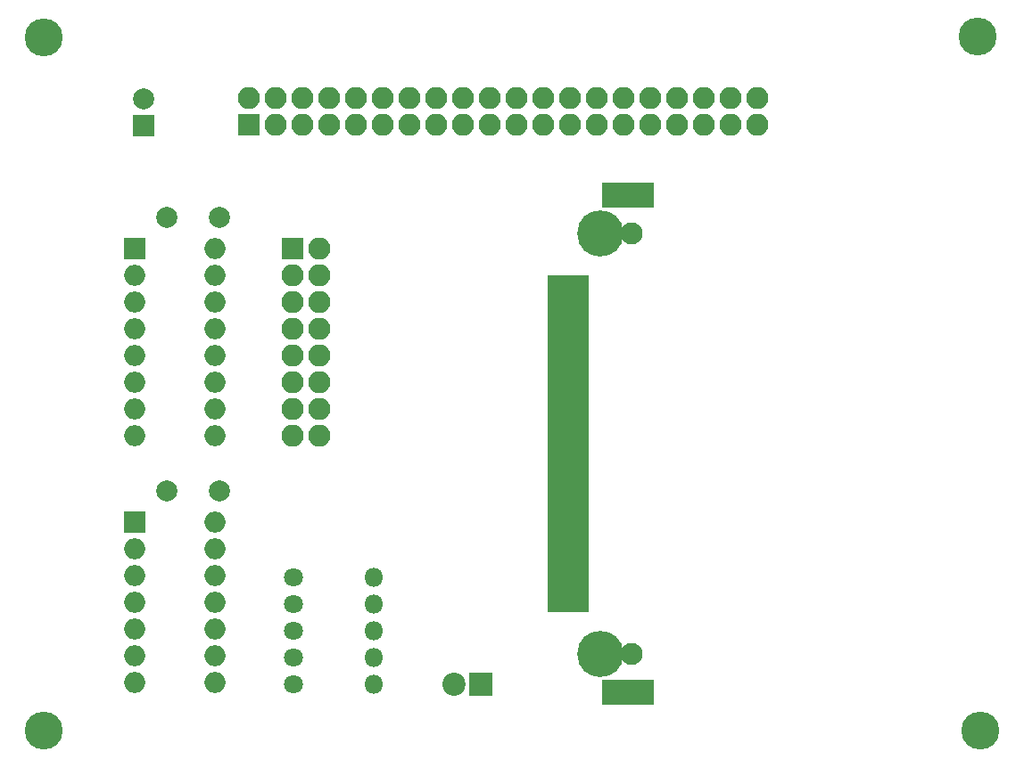
<source format=gts>
G04 #@! TF.GenerationSoftware,KiCad,Pcbnew,(5.0.0-3-g5ebb6b6)*
G04 #@! TF.CreationDate,2018-12-13T20:58:23+09:00*
G04 #@! TF.ProjectId,SBC80-CF,53424338302D43462E6B696361645F70,rev?*
G04 #@! TF.SameCoordinates,Original*
G04 #@! TF.FileFunction,Soldermask,Top*
G04 #@! TF.FilePolarity,Negative*
%FSLAX46Y46*%
G04 Gerber Fmt 4.6, Leading zero omitted, Abs format (unit mm)*
G04 Created by KiCad (PCBNEW (5.0.0-3-g5ebb6b6)) date *
%MOMM*%
%LPD*%
G01*
G04 APERTURE LIST*
%ADD10R,3.910000X0.810000*%
%ADD11C,4.390000*%
%ADD12C,2.100000*%
%ADD13R,4.970000X2.400000*%
%ADD14R,2.100000X2.100000*%
%ADD15O,2.100000X2.100000*%
%ADD16R,2.200000X2.200000*%
%ADD17C,2.200000*%
%ADD18C,3.600000*%
%ADD19C,2.000000*%
%ADD20R,2.000000X2.000000*%
%ADD21C,1.800000*%
%ADD22O,1.800000X1.800000*%
%ADD23O,2.000000X2.000000*%
G04 APERTURE END LIST*
D10*
G04 #@! TO.C,J3*
X154320000Y-71690000D03*
X154320000Y-72330000D03*
X154320000Y-72960000D03*
X154320000Y-73600000D03*
X154320000Y-74230000D03*
X154320000Y-74870000D03*
X154320000Y-75500000D03*
X154320000Y-76140000D03*
X154320000Y-76770000D03*
X154320000Y-77410000D03*
X154320000Y-78040000D03*
X154320000Y-78680000D03*
X154320000Y-79310000D03*
X154320000Y-79950000D03*
X154320000Y-80580000D03*
X154320000Y-81220000D03*
X154320000Y-81850000D03*
X154320000Y-82490000D03*
X154320000Y-83120000D03*
X154320000Y-83760000D03*
X154320000Y-84390000D03*
X154320000Y-85030000D03*
X154320000Y-85660000D03*
X154320000Y-86300000D03*
X154320000Y-86930000D03*
X154320000Y-87570000D03*
X154320000Y-88200000D03*
X154320000Y-88840000D03*
X154320000Y-89470000D03*
X154320000Y-90110000D03*
X154320000Y-90740000D03*
X154320000Y-91380000D03*
X154320000Y-92010000D03*
X154320000Y-92650000D03*
X154320000Y-93280000D03*
X154320000Y-93920000D03*
X154320000Y-94550000D03*
X154320000Y-95190000D03*
X154320000Y-95820000D03*
X154320000Y-96460000D03*
X154320000Y-97090000D03*
X154320000Y-97730000D03*
X154320000Y-98360000D03*
X154320000Y-99000000D03*
X154320000Y-99630000D03*
X154320000Y-100270000D03*
X154320000Y-100900000D03*
X154320000Y-101540000D03*
X154320000Y-102170000D03*
X154320000Y-102810000D03*
D11*
X157330000Y-107260000D03*
X157340000Y-67260000D03*
D12*
X160320000Y-107260000D03*
X160330000Y-67260000D03*
D13*
X159990000Y-63610000D03*
X159980000Y-110890000D03*
G04 #@! TD*
D14*
G04 #@! TO.C,J2*
X128190000Y-68730000D03*
D15*
X130730000Y-68730000D03*
X128190000Y-71270000D03*
X130730000Y-71270000D03*
X128190000Y-73810000D03*
X130730000Y-73810000D03*
X128190000Y-76350000D03*
X130730000Y-76350000D03*
X128190000Y-78890000D03*
X130730000Y-78890000D03*
X128190000Y-81430000D03*
X130730000Y-81430000D03*
X128190000Y-83970000D03*
X130730000Y-83970000D03*
X128190000Y-86510000D03*
X130730000Y-86510000D03*
G04 #@! TD*
D16*
G04 #@! TO.C,D1*
X145990000Y-110110000D03*
D17*
X143450000Y-110110000D03*
G04 #@! TD*
D18*
G04 #@! TO.C,MH4*
X193460000Y-114520000D03*
G04 #@! TD*
G04 #@! TO.C,MH3*
X104500000Y-114520000D03*
G04 #@! TD*
G04 #@! TO.C,MH2*
X193190000Y-48580000D03*
G04 #@! TD*
G04 #@! TO.C,MH1*
X104510000Y-48610000D03*
G04 #@! TD*
D19*
G04 #@! TO.C,C1*
X121190000Y-65730000D03*
X116190000Y-65730000D03*
G04 #@! TD*
G04 #@! TO.C,C2*
X116190000Y-91730000D03*
X121190000Y-91730000D03*
G04 #@! TD*
D20*
G04 #@! TO.C,C3*
X114000000Y-57000000D03*
D19*
X114000000Y-54500000D03*
G04 #@! TD*
D21*
G04 #@! TO.C,R1*
X128210000Y-99950000D03*
D22*
X135830000Y-99950000D03*
G04 #@! TD*
G04 #@! TO.C,R2*
X135830000Y-102490000D03*
D21*
X128210000Y-102490000D03*
G04 #@! TD*
G04 #@! TO.C,R3*
X128210000Y-105030000D03*
D22*
X135830000Y-105030000D03*
G04 #@! TD*
G04 #@! TO.C,R4*
X135830000Y-107570000D03*
D21*
X128210000Y-107570000D03*
G04 #@! TD*
G04 #@! TO.C,R5*
X128210000Y-110110000D03*
D22*
X135830000Y-110110000D03*
G04 #@! TD*
D20*
G04 #@! TO.C,U1*
X113190000Y-68730000D03*
D23*
X120810000Y-86510000D03*
X113190000Y-71270000D03*
X120810000Y-83970000D03*
X113190000Y-73810000D03*
X120810000Y-81430000D03*
X113190000Y-76350000D03*
X120810000Y-78890000D03*
X113190000Y-78890000D03*
X120810000Y-76350000D03*
X113190000Y-81430000D03*
X120810000Y-73810000D03*
X113190000Y-83970000D03*
X120810000Y-71270000D03*
X113190000Y-86510000D03*
X120810000Y-68730000D03*
G04 #@! TD*
D20*
G04 #@! TO.C,U2*
X113190000Y-94730000D03*
D23*
X120810000Y-109970000D03*
X113190000Y-97270000D03*
X120810000Y-107430000D03*
X113190000Y-99810000D03*
X120810000Y-104890000D03*
X113190000Y-102350000D03*
X120810000Y-102350000D03*
X113190000Y-104890000D03*
X120810000Y-99810000D03*
X113190000Y-107430000D03*
X120810000Y-97270000D03*
X113190000Y-109970000D03*
X120810000Y-94730000D03*
G04 #@! TD*
D14*
G04 #@! TO.C,J1*
X124019000Y-56897000D03*
D15*
X124019000Y-54357000D03*
X126559000Y-56897000D03*
X126559000Y-54357000D03*
X129099000Y-56897000D03*
X129099000Y-54357000D03*
X131639000Y-56897000D03*
X131639000Y-54357000D03*
X134179000Y-56897000D03*
X134179000Y-54357000D03*
X136719000Y-56897000D03*
X136719000Y-54357000D03*
X139259000Y-56897000D03*
X139259000Y-54357000D03*
X141799000Y-56897000D03*
X141799000Y-54357000D03*
X144339000Y-56897000D03*
X144339000Y-54357000D03*
X146879000Y-56897000D03*
X146879000Y-54357000D03*
X149419000Y-56897000D03*
X149419000Y-54357000D03*
X151959000Y-56897000D03*
X151959000Y-54357000D03*
X154499000Y-56897000D03*
X154499000Y-54357000D03*
X157039000Y-56897000D03*
X157039000Y-54357000D03*
X159579000Y-56897000D03*
X159579000Y-54357000D03*
X162119000Y-56897000D03*
X162119000Y-54357000D03*
X164659000Y-56897000D03*
X164659000Y-54357000D03*
X167199000Y-56897000D03*
X167199000Y-54357000D03*
X169739000Y-56897000D03*
X169739000Y-54357000D03*
X172279000Y-56897000D03*
X172279000Y-54357000D03*
G04 #@! TD*
M02*

</source>
